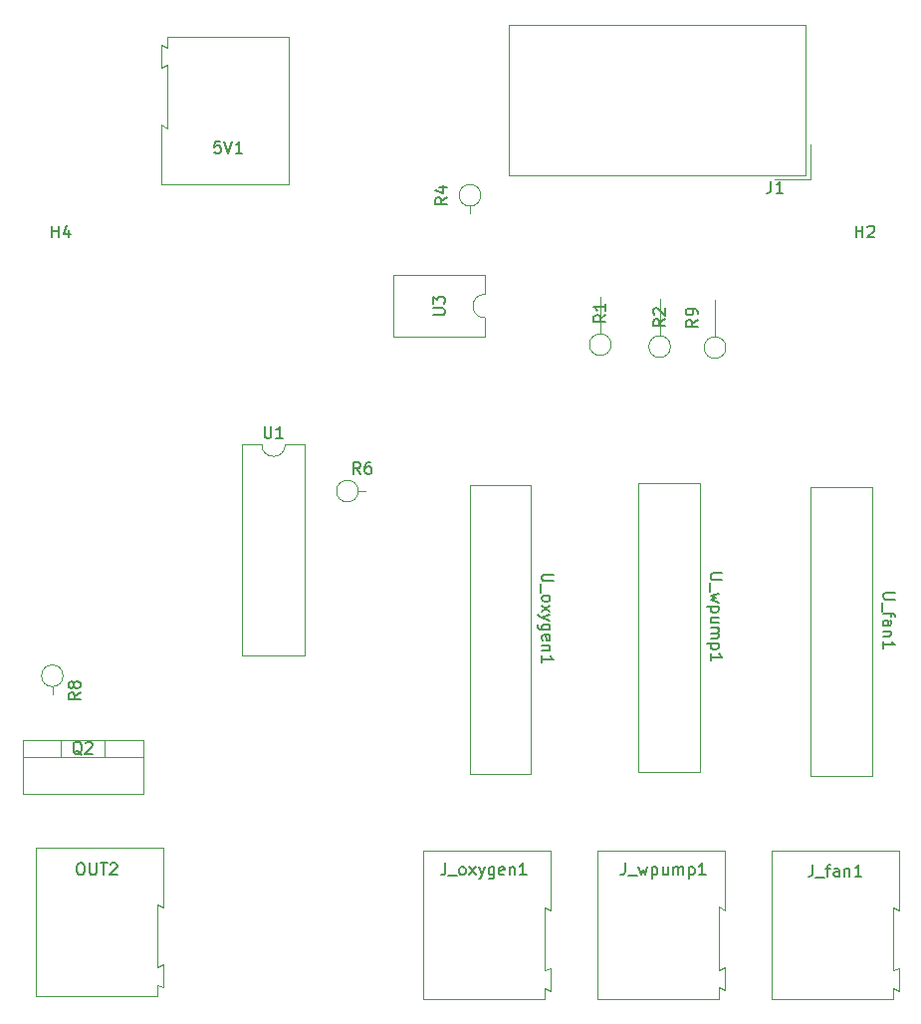
<source format=gbr>
%TF.GenerationSoftware,KiCad,Pcbnew,6.0.11+dfsg-1*%
%TF.CreationDate,2023-04-26T14:21:26-05:00*%
%TF.ProjectId,power_control,706f7765-725f-4636-9f6e-74726f6c2e6b,rev?*%
%TF.SameCoordinates,Original*%
%TF.FileFunction,Legend,Top*%
%TF.FilePolarity,Positive*%
%FSLAX46Y46*%
G04 Gerber Fmt 4.6, Leading zero omitted, Abs format (unit mm)*
G04 Created by KiCad (PCBNEW 6.0.11+dfsg-1) date 2023-04-26 14:21:26*
%MOMM*%
%LPD*%
G01*
G04 APERTURE LIST*
%ADD10C,0.150000*%
%ADD11C,0.120000*%
G04 APERTURE END LIST*
D10*
%TO.C,J_wpump1*%
X179110095Y-103211380D02*
X179110095Y-103925666D01*
X179062476Y-104068523D01*
X178967238Y-104163761D01*
X178824380Y-104211380D01*
X178729142Y-104211380D01*
X179348190Y-104306619D02*
X180110095Y-104306619D01*
X180252952Y-103544714D02*
X180443428Y-104211380D01*
X180633904Y-103735190D01*
X180824380Y-104211380D01*
X181014857Y-103544714D01*
X181395809Y-103544714D02*
X181395809Y-104544714D01*
X181395809Y-103592333D02*
X181491047Y-103544714D01*
X181681523Y-103544714D01*
X181776761Y-103592333D01*
X181824380Y-103639952D01*
X181872000Y-103735190D01*
X181872000Y-104020904D01*
X181824380Y-104116142D01*
X181776761Y-104163761D01*
X181681523Y-104211380D01*
X181491047Y-104211380D01*
X181395809Y-104163761D01*
X182729142Y-103544714D02*
X182729142Y-104211380D01*
X182300571Y-103544714D02*
X182300571Y-104068523D01*
X182348190Y-104163761D01*
X182443428Y-104211380D01*
X182586285Y-104211380D01*
X182681523Y-104163761D01*
X182729142Y-104116142D01*
X183205333Y-104211380D02*
X183205333Y-103544714D01*
X183205333Y-103639952D02*
X183252952Y-103592333D01*
X183348190Y-103544714D01*
X183491047Y-103544714D01*
X183586285Y-103592333D01*
X183633904Y-103687571D01*
X183633904Y-104211380D01*
X183633904Y-103687571D02*
X183681523Y-103592333D01*
X183776761Y-103544714D01*
X183919619Y-103544714D01*
X184014857Y-103592333D01*
X184062476Y-103687571D01*
X184062476Y-104211380D01*
X184538666Y-103544714D02*
X184538666Y-104544714D01*
X184538666Y-103592333D02*
X184633904Y-103544714D01*
X184824380Y-103544714D01*
X184919619Y-103592333D01*
X184967238Y-103639952D01*
X185014857Y-103735190D01*
X185014857Y-104020904D01*
X184967238Y-104116142D01*
X184919619Y-104163761D01*
X184824380Y-104211380D01*
X184633904Y-104211380D01*
X184538666Y-104163761D01*
X185967238Y-104211380D02*
X185395809Y-104211380D01*
X185681523Y-104211380D02*
X185681523Y-103211380D01*
X185586285Y-103354238D01*
X185491047Y-103449476D01*
X185395809Y-103497095D01*
%TO.C,J_fan1*%
X195072238Y-103338380D02*
X195072238Y-104052666D01*
X195024619Y-104195523D01*
X194929380Y-104290761D01*
X194786523Y-104338380D01*
X194691285Y-104338380D01*
X195310333Y-104433619D02*
X196072238Y-104433619D01*
X196167476Y-103671714D02*
X196548428Y-103671714D01*
X196310333Y-104338380D02*
X196310333Y-103481238D01*
X196357952Y-103386000D01*
X196453190Y-103338380D01*
X196548428Y-103338380D01*
X197310333Y-104338380D02*
X197310333Y-103814571D01*
X197262714Y-103719333D01*
X197167476Y-103671714D01*
X196977000Y-103671714D01*
X196881761Y-103719333D01*
X197310333Y-104290761D02*
X197215095Y-104338380D01*
X196977000Y-104338380D01*
X196881761Y-104290761D01*
X196834142Y-104195523D01*
X196834142Y-104100285D01*
X196881761Y-104005047D01*
X196977000Y-103957428D01*
X197215095Y-103957428D01*
X197310333Y-103909809D01*
X197786523Y-103671714D02*
X197786523Y-104338380D01*
X197786523Y-103766952D02*
X197834142Y-103719333D01*
X197929380Y-103671714D01*
X198072238Y-103671714D01*
X198167476Y-103719333D01*
X198215095Y-103814571D01*
X198215095Y-104338380D01*
X199215095Y-104338380D02*
X198643666Y-104338380D01*
X198929380Y-104338380D02*
X198929380Y-103338380D01*
X198834142Y-103481238D01*
X198738904Y-103576476D01*
X198643666Y-103624095D01*
%TO.C,R2*%
X182503180Y-56986666D02*
X182026990Y-57320000D01*
X182503180Y-57558095D02*
X181503180Y-57558095D01*
X181503180Y-57177142D01*
X181550800Y-57081904D01*
X181598419Y-57034285D01*
X181693657Y-56986666D01*
X181836514Y-56986666D01*
X181931752Y-57034285D01*
X181979371Y-57081904D01*
X182026990Y-57177142D01*
X182026990Y-57558095D01*
X181598419Y-56605714D02*
X181550800Y-56558095D01*
X181503180Y-56462857D01*
X181503180Y-56224761D01*
X181550800Y-56129523D01*
X181598419Y-56081904D01*
X181693657Y-56034285D01*
X181788895Y-56034285D01*
X181931752Y-56081904D01*
X182503180Y-56653333D01*
X182503180Y-56034285D01*
%TO.C,H4*%
X130352895Y-50043180D02*
X130352895Y-49043180D01*
X130352895Y-49519371D02*
X130924323Y-49519371D01*
X130924323Y-50043180D02*
X130924323Y-49043180D01*
X131829085Y-49376514D02*
X131829085Y-50043180D01*
X131590990Y-48995561D02*
X131352895Y-49709847D01*
X131971942Y-49709847D01*
%TO.C,H2*%
X198729695Y-50043180D02*
X198729695Y-49043180D01*
X198729695Y-49519371D02*
X199301123Y-49519371D01*
X199301123Y-50043180D02*
X199301123Y-49043180D01*
X199729695Y-49138419D02*
X199777314Y-49090800D01*
X199872552Y-49043180D01*
X200110647Y-49043180D01*
X200205885Y-49090800D01*
X200253504Y-49138419D01*
X200301123Y-49233657D01*
X200301123Y-49328895D01*
X200253504Y-49471752D01*
X199682076Y-50043180D01*
X200301123Y-50043180D01*
%TO.C,J1*%
X191524166Y-45259880D02*
X191524166Y-45974166D01*
X191476547Y-46117023D01*
X191381309Y-46212261D01*
X191238452Y-46259880D01*
X191143214Y-46259880D01*
X192524166Y-46259880D02*
X191952738Y-46259880D01*
X192238452Y-46259880D02*
X192238452Y-45259880D01*
X192143214Y-45402738D01*
X192047976Y-45497976D01*
X191952738Y-45545595D01*
%TO.C,U3*%
X162769780Y-56614304D02*
X163579304Y-56614304D01*
X163674542Y-56566685D01*
X163722161Y-56519066D01*
X163769780Y-56423828D01*
X163769780Y-56233352D01*
X163722161Y-56138114D01*
X163674542Y-56090495D01*
X163579304Y-56042876D01*
X162769780Y-56042876D01*
X162769780Y-55661923D02*
X162769780Y-55042876D01*
X163150733Y-55376209D01*
X163150733Y-55233352D01*
X163198352Y-55138114D01*
X163245971Y-55090495D01*
X163341209Y-55042876D01*
X163579304Y-55042876D01*
X163674542Y-55090495D01*
X163722161Y-55138114D01*
X163769780Y-55233352D01*
X163769780Y-55519066D01*
X163722161Y-55614304D01*
X163674542Y-55661923D01*
%TO.C,U_wpump1*%
X187377319Y-78567423D02*
X186567795Y-78567423D01*
X186472557Y-78615042D01*
X186424938Y-78662661D01*
X186377319Y-78757900D01*
X186377319Y-78948376D01*
X186424938Y-79043614D01*
X186472557Y-79091233D01*
X186567795Y-79138852D01*
X187377319Y-79138852D01*
X186282080Y-79376947D02*
X186282080Y-80138852D01*
X187043985Y-80281709D02*
X186377319Y-80472185D01*
X186853509Y-80662661D01*
X186377319Y-80853138D01*
X187043985Y-81043614D01*
X187043985Y-81424566D02*
X186043985Y-81424566D01*
X186996366Y-81424566D02*
X187043985Y-81519804D01*
X187043985Y-81710280D01*
X186996366Y-81805519D01*
X186948747Y-81853138D01*
X186853509Y-81900757D01*
X186567795Y-81900757D01*
X186472557Y-81853138D01*
X186424938Y-81805519D01*
X186377319Y-81710280D01*
X186377319Y-81519804D01*
X186424938Y-81424566D01*
X187043985Y-82757900D02*
X186377319Y-82757900D01*
X187043985Y-82329328D02*
X186520176Y-82329328D01*
X186424938Y-82376947D01*
X186377319Y-82472185D01*
X186377319Y-82615042D01*
X186424938Y-82710280D01*
X186472557Y-82757900D01*
X186377319Y-83234090D02*
X187043985Y-83234090D01*
X186948747Y-83234090D02*
X186996366Y-83281709D01*
X187043985Y-83376947D01*
X187043985Y-83519804D01*
X186996366Y-83615042D01*
X186901128Y-83662661D01*
X186377319Y-83662661D01*
X186901128Y-83662661D02*
X186996366Y-83710280D01*
X187043985Y-83805519D01*
X187043985Y-83948376D01*
X186996366Y-84043614D01*
X186901128Y-84091233D01*
X186377319Y-84091233D01*
X187043985Y-84567423D02*
X186043985Y-84567423D01*
X186996366Y-84567423D02*
X187043985Y-84662661D01*
X187043985Y-84853138D01*
X186996366Y-84948376D01*
X186948747Y-84995995D01*
X186853509Y-85043614D01*
X186567795Y-85043614D01*
X186472557Y-84995995D01*
X186424938Y-84948376D01*
X186377319Y-84853138D01*
X186377319Y-84662661D01*
X186424938Y-84567423D01*
X186377319Y-85995995D02*
X186377319Y-85424566D01*
X186377319Y-85710280D02*
X187377319Y-85710280D01*
X187234461Y-85615042D01*
X187139223Y-85519804D01*
X187091604Y-85424566D01*
%TO.C,U1*%
X148448095Y-66097380D02*
X148448095Y-66906904D01*
X148495714Y-67002142D01*
X148543333Y-67049761D01*
X148638571Y-67097380D01*
X148829047Y-67097380D01*
X148924285Y-67049761D01*
X148971904Y-67002142D01*
X149019523Y-66906904D01*
X149019523Y-66097380D01*
X150019523Y-67097380D02*
X149448095Y-67097380D01*
X149733809Y-67097380D02*
X149733809Y-66097380D01*
X149638571Y-66240238D01*
X149543333Y-66335476D01*
X149448095Y-66383095D01*
%TO.C,OUT2*%
X132723809Y-103211380D02*
X132914285Y-103211380D01*
X133009523Y-103259000D01*
X133104761Y-103354238D01*
X133152380Y-103544714D01*
X133152380Y-103878047D01*
X133104761Y-104068523D01*
X133009523Y-104163761D01*
X132914285Y-104211380D01*
X132723809Y-104211380D01*
X132628571Y-104163761D01*
X132533333Y-104068523D01*
X132485714Y-103878047D01*
X132485714Y-103544714D01*
X132533333Y-103354238D01*
X132628571Y-103259000D01*
X132723809Y-103211380D01*
X133580952Y-103211380D02*
X133580952Y-104020904D01*
X133628571Y-104116142D01*
X133676190Y-104163761D01*
X133771428Y-104211380D01*
X133961904Y-104211380D01*
X134057142Y-104163761D01*
X134104761Y-104116142D01*
X134152380Y-104020904D01*
X134152380Y-103211380D01*
X134485714Y-103211380D02*
X135057142Y-103211380D01*
X134771428Y-104211380D02*
X134771428Y-103211380D01*
X135342857Y-103306619D02*
X135390476Y-103259000D01*
X135485714Y-103211380D01*
X135723809Y-103211380D01*
X135819047Y-103259000D01*
X135866666Y-103306619D01*
X135914285Y-103401857D01*
X135914285Y-103497095D01*
X135866666Y-103639952D01*
X135295238Y-104211380D01*
X135914285Y-104211380D01*
%TO.C,R6*%
X156593333Y-70132380D02*
X156260000Y-69656190D01*
X156021904Y-70132380D02*
X156021904Y-69132380D01*
X156402857Y-69132380D01*
X156498095Y-69180000D01*
X156545714Y-69227619D01*
X156593333Y-69322857D01*
X156593333Y-69465714D01*
X156545714Y-69560952D01*
X156498095Y-69608571D01*
X156402857Y-69656190D01*
X156021904Y-69656190D01*
X157450476Y-69132380D02*
X157260000Y-69132380D01*
X157164761Y-69180000D01*
X157117142Y-69227619D01*
X157021904Y-69370476D01*
X156974285Y-69560952D01*
X156974285Y-69941904D01*
X157021904Y-70037142D01*
X157069523Y-70084761D01*
X157164761Y-70132380D01*
X157355238Y-70132380D01*
X157450476Y-70084761D01*
X157498095Y-70037142D01*
X157545714Y-69941904D01*
X157545714Y-69703809D01*
X157498095Y-69608571D01*
X157450476Y-69560952D01*
X157355238Y-69513333D01*
X157164761Y-69513333D01*
X157069523Y-69560952D01*
X157021904Y-69608571D01*
X156974285Y-69703809D01*
%TO.C,Q2*%
X132904761Y-94002619D02*
X132809523Y-93955000D01*
X132714285Y-93859761D01*
X132571428Y-93716904D01*
X132476190Y-93669285D01*
X132380952Y-93669285D01*
X132428571Y-93907380D02*
X132333333Y-93859761D01*
X132238095Y-93764523D01*
X132190476Y-93574047D01*
X132190476Y-93240714D01*
X132238095Y-93050238D01*
X132333333Y-92955000D01*
X132428571Y-92907380D01*
X132619047Y-92907380D01*
X132714285Y-92955000D01*
X132809523Y-93050238D01*
X132857142Y-93240714D01*
X132857142Y-93574047D01*
X132809523Y-93764523D01*
X132714285Y-93859761D01*
X132619047Y-93907380D01*
X132428571Y-93907380D01*
X133238095Y-93002619D02*
X133285714Y-92955000D01*
X133380952Y-92907380D01*
X133619047Y-92907380D01*
X133714285Y-92955000D01*
X133761904Y-93002619D01*
X133809523Y-93097857D01*
X133809523Y-93193095D01*
X133761904Y-93335952D01*
X133190476Y-93907380D01*
X133809523Y-93907380D01*
%TO.C,R1*%
X177452380Y-56629166D02*
X176976190Y-56962500D01*
X177452380Y-57200595D02*
X176452380Y-57200595D01*
X176452380Y-56819642D01*
X176500000Y-56724404D01*
X176547619Y-56676785D01*
X176642857Y-56629166D01*
X176785714Y-56629166D01*
X176880952Y-56676785D01*
X176928571Y-56724404D01*
X176976190Y-56819642D01*
X176976190Y-57200595D01*
X177452380Y-55676785D02*
X177452380Y-56248214D01*
X177452380Y-55962500D02*
X176452380Y-55962500D01*
X176595238Y-56057738D01*
X176690476Y-56152976D01*
X176738095Y-56248214D01*
%TO.C,U_fan1*%
X202058519Y-80229366D02*
X201248995Y-80229366D01*
X201153757Y-80276985D01*
X201106138Y-80324604D01*
X201058519Y-80419842D01*
X201058519Y-80610319D01*
X201106138Y-80705557D01*
X201153757Y-80753176D01*
X201248995Y-80800795D01*
X202058519Y-80800795D01*
X200963280Y-81038890D02*
X200963280Y-81800795D01*
X201725185Y-81896033D02*
X201725185Y-82276985D01*
X201058519Y-82038890D02*
X201915661Y-82038890D01*
X202010900Y-82086509D01*
X202058519Y-82181747D01*
X202058519Y-82276985D01*
X201058519Y-83038890D02*
X201582328Y-83038890D01*
X201677566Y-82991271D01*
X201725185Y-82896033D01*
X201725185Y-82705557D01*
X201677566Y-82610319D01*
X201106138Y-83038890D02*
X201058519Y-82943652D01*
X201058519Y-82705557D01*
X201106138Y-82610319D01*
X201201376Y-82562700D01*
X201296614Y-82562700D01*
X201391852Y-82610319D01*
X201439471Y-82705557D01*
X201439471Y-82943652D01*
X201487090Y-83038890D01*
X201725185Y-83515080D02*
X201058519Y-83515080D01*
X201629947Y-83515080D02*
X201677566Y-83562700D01*
X201725185Y-83657938D01*
X201725185Y-83800795D01*
X201677566Y-83896033D01*
X201582328Y-83943652D01*
X201058519Y-83943652D01*
X201058519Y-84943652D02*
X201058519Y-84372223D01*
X201058519Y-84657938D02*
X202058519Y-84657938D01*
X201915661Y-84562700D01*
X201820423Y-84467461D01*
X201772804Y-84372223D01*
%TO.C,R9*%
X185282380Y-57029166D02*
X184806190Y-57362500D01*
X185282380Y-57600595D02*
X184282380Y-57600595D01*
X184282380Y-57219642D01*
X184330000Y-57124404D01*
X184377619Y-57076785D01*
X184472857Y-57029166D01*
X184615714Y-57029166D01*
X184710952Y-57076785D01*
X184758571Y-57124404D01*
X184806190Y-57219642D01*
X184806190Y-57600595D01*
X185282380Y-56552976D02*
X185282380Y-56362500D01*
X185234761Y-56267261D01*
X185187142Y-56219642D01*
X185044285Y-56124404D01*
X184853809Y-56076785D01*
X184472857Y-56076785D01*
X184377619Y-56124404D01*
X184330000Y-56172023D01*
X184282380Y-56267261D01*
X184282380Y-56457738D01*
X184330000Y-56552976D01*
X184377619Y-56600595D01*
X184472857Y-56648214D01*
X184710952Y-56648214D01*
X184806190Y-56600595D01*
X184853809Y-56552976D01*
X184901428Y-56457738D01*
X184901428Y-56267261D01*
X184853809Y-56172023D01*
X184806190Y-56124404D01*
X184710952Y-56076785D01*
%TO.C,5V1*%
X144697133Y-41872380D02*
X144220942Y-41872380D01*
X144173323Y-42348571D01*
X144220942Y-42300952D01*
X144316180Y-42253333D01*
X144554276Y-42253333D01*
X144649514Y-42300952D01*
X144697133Y-42348571D01*
X144744752Y-42443809D01*
X144744752Y-42681904D01*
X144697133Y-42777142D01*
X144649514Y-42824761D01*
X144554276Y-42872380D01*
X144316180Y-42872380D01*
X144220942Y-42824761D01*
X144173323Y-42777142D01*
X145030466Y-41872380D02*
X145363800Y-42872380D01*
X145697133Y-41872380D01*
X146554276Y-42872380D02*
X145982847Y-42872380D01*
X146268561Y-42872380D02*
X146268561Y-41872380D01*
X146173323Y-42015238D01*
X146078085Y-42110476D01*
X145982847Y-42158095D01*
%TO.C,J_oxygen1*%
X163824285Y-103211380D02*
X163824285Y-103925666D01*
X163776666Y-104068523D01*
X163681428Y-104163761D01*
X163538571Y-104211380D01*
X163443333Y-104211380D01*
X164062380Y-104306619D02*
X164824285Y-104306619D01*
X165205238Y-104211380D02*
X165110000Y-104163761D01*
X165062380Y-104116142D01*
X165014761Y-104020904D01*
X165014761Y-103735190D01*
X165062380Y-103639952D01*
X165110000Y-103592333D01*
X165205238Y-103544714D01*
X165348095Y-103544714D01*
X165443333Y-103592333D01*
X165490952Y-103639952D01*
X165538571Y-103735190D01*
X165538571Y-104020904D01*
X165490952Y-104116142D01*
X165443333Y-104163761D01*
X165348095Y-104211380D01*
X165205238Y-104211380D01*
X165871904Y-104211380D02*
X166395714Y-103544714D01*
X165871904Y-103544714D02*
X166395714Y-104211380D01*
X166681428Y-103544714D02*
X166919523Y-104211380D01*
X167157619Y-103544714D02*
X166919523Y-104211380D01*
X166824285Y-104449476D01*
X166776666Y-104497095D01*
X166681428Y-104544714D01*
X167967142Y-103544714D02*
X167967142Y-104354238D01*
X167919523Y-104449476D01*
X167871904Y-104497095D01*
X167776666Y-104544714D01*
X167633809Y-104544714D01*
X167538571Y-104497095D01*
X167967142Y-104163761D02*
X167871904Y-104211380D01*
X167681428Y-104211380D01*
X167586190Y-104163761D01*
X167538571Y-104116142D01*
X167490952Y-104020904D01*
X167490952Y-103735190D01*
X167538571Y-103639952D01*
X167586190Y-103592333D01*
X167681428Y-103544714D01*
X167871904Y-103544714D01*
X167967142Y-103592333D01*
X168824285Y-104163761D02*
X168729047Y-104211380D01*
X168538571Y-104211380D01*
X168443333Y-104163761D01*
X168395714Y-104068523D01*
X168395714Y-103687571D01*
X168443333Y-103592333D01*
X168538571Y-103544714D01*
X168729047Y-103544714D01*
X168824285Y-103592333D01*
X168871904Y-103687571D01*
X168871904Y-103782809D01*
X168395714Y-103878047D01*
X169300476Y-103544714D02*
X169300476Y-104211380D01*
X169300476Y-103639952D02*
X169348095Y-103592333D01*
X169443333Y-103544714D01*
X169586190Y-103544714D01*
X169681428Y-103592333D01*
X169729047Y-103687571D01*
X169729047Y-104211380D01*
X170729047Y-104211380D02*
X170157619Y-104211380D01*
X170443333Y-104211380D02*
X170443333Y-103211380D01*
X170348095Y-103354238D01*
X170252857Y-103449476D01*
X170157619Y-103497095D01*
%TO.C,R8*%
X132772380Y-88731666D02*
X132296190Y-89065000D01*
X132772380Y-89303095D02*
X131772380Y-89303095D01*
X131772380Y-88922142D01*
X131820000Y-88826904D01*
X131867619Y-88779285D01*
X131962857Y-88731666D01*
X132105714Y-88731666D01*
X132200952Y-88779285D01*
X132248571Y-88826904D01*
X132296190Y-88922142D01*
X132296190Y-89303095D01*
X132200952Y-88160238D02*
X132153333Y-88255476D01*
X132105714Y-88303095D01*
X132010476Y-88350714D01*
X131962857Y-88350714D01*
X131867619Y-88303095D01*
X131820000Y-88255476D01*
X131772380Y-88160238D01*
X131772380Y-87969761D01*
X131820000Y-87874523D01*
X131867619Y-87826904D01*
X131962857Y-87779285D01*
X132010476Y-87779285D01*
X132105714Y-87826904D01*
X132153333Y-87874523D01*
X132200952Y-87969761D01*
X132200952Y-88160238D01*
X132248571Y-88255476D01*
X132296190Y-88303095D01*
X132391428Y-88350714D01*
X132581904Y-88350714D01*
X132677142Y-88303095D01*
X132724761Y-88255476D01*
X132772380Y-88160238D01*
X132772380Y-87969761D01*
X132724761Y-87874523D01*
X132677142Y-87826904D01*
X132581904Y-87779285D01*
X132391428Y-87779285D01*
X132296190Y-87826904D01*
X132248571Y-87874523D01*
X132200952Y-87969761D01*
%TO.C,U_oxygen1*%
X173039019Y-78683314D02*
X172229495Y-78683314D01*
X172134257Y-78730933D01*
X172086638Y-78778552D01*
X172039019Y-78873790D01*
X172039019Y-79064266D01*
X172086638Y-79159504D01*
X172134257Y-79207123D01*
X172229495Y-79254742D01*
X173039019Y-79254742D01*
X171943780Y-79492838D02*
X171943780Y-80254742D01*
X172039019Y-80635695D02*
X172086638Y-80540457D01*
X172134257Y-80492838D01*
X172229495Y-80445219D01*
X172515209Y-80445219D01*
X172610447Y-80492838D01*
X172658066Y-80540457D01*
X172705685Y-80635695D01*
X172705685Y-80778552D01*
X172658066Y-80873790D01*
X172610447Y-80921409D01*
X172515209Y-80969028D01*
X172229495Y-80969028D01*
X172134257Y-80921409D01*
X172086638Y-80873790D01*
X172039019Y-80778552D01*
X172039019Y-80635695D01*
X172039019Y-81302361D02*
X172705685Y-81826171D01*
X172705685Y-81302361D02*
X172039019Y-81826171D01*
X172705685Y-82111885D02*
X172039019Y-82349980D01*
X172705685Y-82588076D02*
X172039019Y-82349980D01*
X171800923Y-82254742D01*
X171753304Y-82207123D01*
X171705685Y-82111885D01*
X172705685Y-83397600D02*
X171896161Y-83397600D01*
X171800923Y-83349980D01*
X171753304Y-83302361D01*
X171705685Y-83207123D01*
X171705685Y-83064266D01*
X171753304Y-82969028D01*
X172086638Y-83397600D02*
X172039019Y-83302361D01*
X172039019Y-83111885D01*
X172086638Y-83016647D01*
X172134257Y-82969028D01*
X172229495Y-82921409D01*
X172515209Y-82921409D01*
X172610447Y-82969028D01*
X172658066Y-83016647D01*
X172705685Y-83111885D01*
X172705685Y-83302361D01*
X172658066Y-83397600D01*
X172086638Y-84254742D02*
X172039019Y-84159504D01*
X172039019Y-83969028D01*
X172086638Y-83873790D01*
X172181876Y-83826171D01*
X172562828Y-83826171D01*
X172658066Y-83873790D01*
X172705685Y-83969028D01*
X172705685Y-84159504D01*
X172658066Y-84254742D01*
X172562828Y-84302361D01*
X172467590Y-84302361D01*
X172372352Y-83826171D01*
X172705685Y-84730933D02*
X172039019Y-84730933D01*
X172610447Y-84730933D02*
X172658066Y-84778552D01*
X172705685Y-84873790D01*
X172705685Y-85016647D01*
X172658066Y-85111885D01*
X172562828Y-85159504D01*
X172039019Y-85159504D01*
X172039019Y-86159504D02*
X172039019Y-85588076D01*
X172039019Y-85873790D02*
X173039019Y-85873790D01*
X172896161Y-85778552D01*
X172800923Y-85683314D01*
X172753304Y-85588076D01*
%TO.C,R4*%
X163969780Y-46639066D02*
X163493590Y-46972400D01*
X163969780Y-47210495D02*
X162969780Y-47210495D01*
X162969780Y-46829542D01*
X163017400Y-46734304D01*
X163065019Y-46686685D01*
X163160257Y-46639066D01*
X163303114Y-46639066D01*
X163398352Y-46686685D01*
X163445971Y-46734304D01*
X163493590Y-46829542D01*
X163493590Y-47210495D01*
X163303114Y-45781923D02*
X163969780Y-45781923D01*
X162922161Y-46020019D02*
X163636447Y-46258114D01*
X163636447Y-45639066D01*
D11*
%TO.C,J_wpump1*%
X187111500Y-113789000D02*
X187611500Y-114039000D01*
X187611500Y-107239000D02*
X187611500Y-102139000D01*
X187611500Y-112089000D02*
X187111500Y-112339000D01*
X187111500Y-106939000D02*
X187611500Y-107239000D01*
X187611500Y-112139000D02*
X187611500Y-112089000D01*
X176761500Y-114739000D02*
X187111500Y-114739000D01*
X187111500Y-114739000D02*
X187111500Y-113789000D01*
X187111500Y-112339000D02*
X187111500Y-106939000D01*
X187611500Y-114039000D02*
X187611500Y-112139000D01*
X187611500Y-102139000D02*
X176761500Y-102139000D01*
X176761500Y-102139000D02*
X176761500Y-114739000D01*
%TO.C,J_fan1*%
X202383000Y-112158000D02*
X202383000Y-112108000D01*
X202383000Y-114058000D02*
X202383000Y-112158000D01*
X191533000Y-102158000D02*
X191533000Y-114758000D01*
X201883000Y-112358000D02*
X201883000Y-106958000D01*
X201883000Y-106958000D02*
X202383000Y-107258000D01*
X202383000Y-102158000D02*
X191533000Y-102158000D01*
X191533000Y-114758000D02*
X201883000Y-114758000D01*
X202383000Y-112108000D02*
X201883000Y-112358000D01*
X201883000Y-114758000D02*
X201883000Y-113808000D01*
X202383000Y-107258000D02*
X202383000Y-102158000D01*
X201883000Y-113808000D02*
X202383000Y-114058000D01*
%TO.C,R2*%
X182050800Y-58400000D02*
X182050800Y-55240000D01*
X182970800Y-59320000D02*
G75*
G03*
X182970800Y-59320000I-920000J0D01*
G01*
%TO.C,J1*%
X194477500Y-31987500D02*
X169237500Y-31987500D01*
X194857500Y-42107500D02*
X194857500Y-45107500D01*
X169237500Y-44727500D02*
X169237500Y-31987500D01*
X194477500Y-44727500D02*
X194477500Y-31987500D01*
X194857500Y-45107500D02*
X191857500Y-45107500D01*
X194477500Y-44727500D02*
X169237500Y-44727500D01*
X169237500Y-44727500D02*
X169237500Y-31987500D01*
X194477500Y-44727500D02*
X169237500Y-44727500D01*
X194477500Y-31987500D02*
X169237500Y-31987500D01*
X194477500Y-44727500D02*
X194477500Y-31987500D01*
%TO.C,U3*%
X167172400Y-53212400D02*
X159432400Y-53212400D01*
X159432400Y-53212400D02*
X159432400Y-58512400D01*
X167172400Y-58512400D02*
X167172400Y-56862400D01*
X159432400Y-58512400D02*
X167172400Y-58512400D01*
X167172400Y-54862400D02*
X167172400Y-53212400D01*
X167172400Y-54862400D02*
G75*
G03*
X167172400Y-56862400I0J-1000000D01*
G01*
%TO.C,U_wpump1*%
X185432700Y-70954900D02*
X180225700Y-70954900D01*
X180225700Y-70954900D02*
X180225700Y-95465900D01*
X180225700Y-95465900D02*
X185432700Y-95465900D01*
X185432700Y-95465900D02*
X185432700Y-70954900D01*
%TO.C,U1*%
X151860000Y-85545000D02*
X151860000Y-67645000D01*
X146560000Y-67645000D02*
X146560000Y-85545000D01*
X146560000Y-85545000D02*
X151860000Y-85545000D01*
X148210000Y-67645000D02*
X146560000Y-67645000D01*
X151860000Y-67645000D02*
X150210000Y-67645000D01*
X148210000Y-67645000D02*
G75*
G03*
X150210000Y-67645000I1000000J0D01*
G01*
%TO.C,OUT2*%
X139835000Y-107000000D02*
X139835000Y-101900000D01*
X139335000Y-113550000D02*
X139835000Y-113800000D01*
X139335000Y-112100000D02*
X139335000Y-106700000D01*
X139335000Y-114500000D02*
X139335000Y-113550000D01*
X139835000Y-113800000D02*
X139835000Y-111900000D01*
X128985000Y-114500000D02*
X139335000Y-114500000D01*
X128985000Y-101900000D02*
X128985000Y-114500000D01*
X139835000Y-111900000D02*
X139835000Y-111850000D01*
X139835000Y-111850000D02*
X139335000Y-112100000D01*
X139835000Y-101900000D02*
X128985000Y-101900000D01*
X139335000Y-106700000D02*
X139835000Y-107000000D01*
%TO.C,R6*%
X156410000Y-71600000D02*
X157030000Y-71600000D01*
X156410000Y-71600000D02*
G75*
G03*
X156410000Y-71600000I-920000J0D01*
G01*
%TO.C,Q2*%
X127880000Y-92730000D02*
X138120000Y-92730000D01*
X134851000Y-92730000D02*
X134851000Y-94240000D01*
X127880000Y-92730000D02*
X127880000Y-97371000D01*
X127880000Y-97371000D02*
X138120000Y-97371000D01*
X127880000Y-94240000D02*
X138120000Y-94240000D01*
X131150000Y-92730000D02*
X131150000Y-94240000D01*
X138120000Y-92730000D02*
X138120000Y-97371000D01*
%TO.C,R1*%
X177000000Y-58232500D02*
X177000000Y-55072500D01*
X177920000Y-59152500D02*
G75*
G03*
X177920000Y-59152500I-920000J0D01*
G01*
%TO.C,U_fan1*%
X200113900Y-71259700D02*
X194906900Y-71259700D01*
X194906900Y-71259700D02*
X194906900Y-95770700D01*
X194906900Y-95770700D02*
X200113900Y-95770700D01*
X200113900Y-95770700D02*
X200113900Y-71259700D01*
%TO.C,R9*%
X186750000Y-58482500D02*
X186750000Y-55322500D01*
X187670000Y-59402500D02*
G75*
G03*
X187670000Y-59402500I-920000J0D01*
G01*
%TO.C,5V1*%
X139678800Y-35550000D02*
X139678800Y-35600000D01*
X150528800Y-32950000D02*
X140178800Y-32950000D01*
X139678800Y-33650000D02*
X139678800Y-35550000D01*
X140178800Y-35350000D02*
X140178800Y-40750000D01*
X140178800Y-32950000D02*
X140178800Y-33900000D01*
X140178800Y-33900000D02*
X139678800Y-33650000D01*
X150528800Y-45550000D02*
X150528800Y-32950000D01*
X139678800Y-45550000D02*
X150528800Y-45550000D01*
X139678800Y-35600000D02*
X140178800Y-35350000D01*
X139678800Y-40450000D02*
X139678800Y-45550000D01*
X140178800Y-40750000D02*
X139678800Y-40450000D01*
%TO.C,J_oxygen1*%
X172745000Y-107258000D02*
X172745000Y-102158000D01*
X161895000Y-114758000D02*
X172245000Y-114758000D01*
X161895000Y-102158000D02*
X161895000Y-114758000D01*
X172745000Y-102158000D02*
X161895000Y-102158000D01*
X172245000Y-114758000D02*
X172245000Y-113808000D01*
X172745000Y-114058000D02*
X172745000Y-112158000D01*
X172245000Y-112358000D02*
X172245000Y-106958000D01*
X172745000Y-112158000D02*
X172745000Y-112108000D01*
X172745000Y-112108000D02*
X172245000Y-112358000D01*
X172245000Y-106958000D02*
X172745000Y-107258000D01*
X172245000Y-113808000D02*
X172745000Y-114058000D01*
%TO.C,R8*%
X130400000Y-88215000D02*
X130400000Y-88835000D01*
X131320000Y-87295000D02*
G75*
G03*
X131320000Y-87295000I-920000J0D01*
G01*
%TO.C,U_oxygen1*%
X171094400Y-71094600D02*
X165887400Y-71094600D01*
X165887400Y-71094600D02*
X165887400Y-95605600D01*
X165887400Y-95605600D02*
X171094400Y-95605600D01*
X171094400Y-95605600D02*
X171094400Y-71094600D01*
%TO.C,R4*%
X165917400Y-47372400D02*
X165917400Y-47992400D01*
X166837400Y-46452400D02*
G75*
G03*
X166837400Y-46452400I-920000J0D01*
G01*
%TD*%
M02*

</source>
